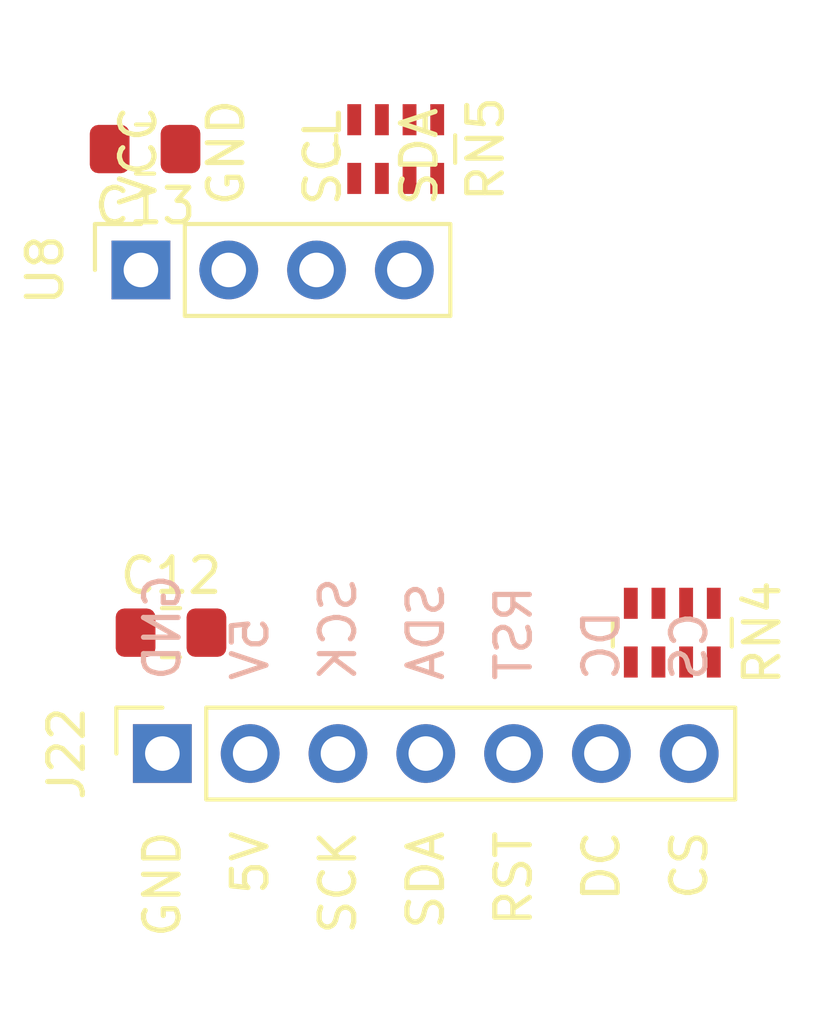
<source format=kicad_pcb>
(kicad_pcb (version 20171130) (host pcbnew 5.1.2-f72e74a~84~ubuntu18.04.1)

  (general
    (thickness 1.6)
    (drawings 0)
    (tracks 0)
    (zones 0)
    (modules 6)
    (nets 7)
  )

  (page A4)
  (layers
    (0 F.Cu signal)
    (31 B.Cu signal)
    (32 B.Adhes user)
    (33 F.Adhes user)
    (34 B.Paste user)
    (35 F.Paste user)
    (36 B.SilkS user)
    (37 F.SilkS user)
    (38 B.Mask user)
    (39 F.Mask user)
    (40 Dwgs.User user)
    (41 Cmts.User user)
    (42 Eco1.User user)
    (43 Eco2.User user)
    (44 Edge.Cuts user)
    (45 Margin user)
    (46 B.CrtYd user)
    (47 F.CrtYd user)
    (48 B.Fab user)
    (49 F.Fab user)
  )

  (setup
    (last_trace_width 0.25)
    (trace_clearance 0.2)
    (zone_clearance 0.508)
    (zone_45_only no)
    (trace_min 0.2)
    (via_size 0.8)
    (via_drill 0.4)
    (via_min_size 0.4)
    (via_min_drill 0.3)
    (uvia_size 0.3)
    (uvia_drill 0.1)
    (uvias_allowed no)
    (uvia_min_size 0.2)
    (uvia_min_drill 0.1)
    (edge_width 0.1)
    (segment_width 0.2)
    (pcb_text_width 0.3)
    (pcb_text_size 1.5 1.5)
    (mod_edge_width 0.15)
    (mod_text_size 1 1)
    (mod_text_width 0.15)
    (pad_size 1.524 1.524)
    (pad_drill 0.762)
    (pad_to_mask_clearance 0)
    (aux_axis_origin 0 0)
    (visible_elements FFFFFF7F)
    (pcbplotparams
      (layerselection 0x010fc_ffffffff)
      (usegerberextensions false)
      (usegerberattributes false)
      (usegerberadvancedattributes false)
      (creategerberjobfile false)
      (excludeedgelayer true)
      (linewidth 0.100000)
      (plotframeref false)
      (viasonmask false)
      (mode 1)
      (useauxorigin false)
      (hpglpennumber 1)
      (hpglpenspeed 20)
      (hpglpendiameter 15.000000)
      (psnegative false)
      (psa4output false)
      (plotreference true)
      (plotvalue true)
      (plotinvisibletext false)
      (padsonsilk false)
      (subtractmaskfromsilk false)
      (outputformat 1)
      (mirror false)
      (drillshape 1)
      (scaleselection 1)
      (outputdirectory ""))
  )

  (net 0 "")
  (net 1 +3V3)
  (net 2 GND)
  (net 3 /SS)
  (net 4 /DC)
  (net 5 /SDA)
  (net 6 /SCL)

  (net_class Default "This is the default net class."
    (clearance 0.2)
    (trace_width 0.25)
    (via_dia 0.8)
    (via_drill 0.4)
    (uvia_dia 0.3)
    (uvia_drill 0.1)
    (add_net +3V3)
    (add_net /DC)
    (add_net /MOSI)
    (add_net /RST)
    (add_net /SCK)
    (add_net /SCL)
    (add_net /SDA)
    (add_net /SS)
    (add_net GND)
    (add_net "Net-(RN5-Pad3)")
    (add_net "Net-(RN5-Pad4)")
  )

  (module footprint-lib:CONN_I2C_SSD1306 (layer F.Cu) (tedit 5CEBA9BD) (tstamp 5CEBB6F6)
    (at 17.38 27 90)
    (descr "pinsocket for SSD1306 in i2c interface")
    (tags "SSD1306 I2C")
    (path /5CE41586)
    (fp_text reference U8 (at 0 -2.77 90) (layer F.SilkS)
      (effects (font (size 1 1) (thickness 0.15)))
    )
    (fp_text value SSD1306-OLED-I2C (at 0 10.39 90) (layer F.Fab)
      (effects (font (size 1 1) (thickness 0.15)))
    )
    (fp_text user SDA (at 3.278191 8.0518 90) (layer F.SilkS)
      (effects (font (size 1 1) (thickness 0.15)))
    )
    (fp_text user SCL (at 3.254381 5.2578 90) (layer F.SilkS)
      (effects (font (size 1 1) (thickness 0.15)))
    )
    (fp_text user GND (at 3.397238 2.4638 90) (layer F.SilkS)
      (effects (font (size 1 1) (thickness 0.15)))
    )
    (fp_text user VCC (at 3.302 -0.0762 90) (layer F.SilkS)
      (effects (font (size 1 1) (thickness 0.15)))
    )
    (fp_line (start -1.27 -1.27) (end 0.635 -1.27) (layer F.Fab) (width 0.1))
    (fp_line (start 0.635 -1.27) (end 1.27 -0.635) (layer F.Fab) (width 0.1))
    (fp_line (start 1.27 -0.635) (end 1.27 8.89) (layer F.Fab) (width 0.1))
    (fp_line (start 1.27 8.89) (end -1.27 8.89) (layer F.Fab) (width 0.1))
    (fp_line (start -1.27 8.89) (end -1.27 -1.27) (layer F.Fab) (width 0.1))
    (fp_line (start -1.33 1.27) (end 1.33 1.27) (layer F.SilkS) (width 0.12))
    (fp_line (start -1.33 1.27) (end -1.33 8.95) (layer F.SilkS) (width 0.12))
    (fp_line (start -1.33 8.95) (end 1.33 8.95) (layer F.SilkS) (width 0.12))
    (fp_line (start 1.33 1.27) (end 1.33 8.95) (layer F.SilkS) (width 0.12))
    (fp_line (start 1.33 -1.33) (end 1.33 0) (layer F.SilkS) (width 0.12))
    (fp_line (start 0 -1.33) (end 1.33 -1.33) (layer F.SilkS) (width 0.12))
    (fp_line (start -1.8 -1.8) (end 1.75 -1.8) (layer F.CrtYd) (width 0.05))
    (fp_line (start 1.75 -1.8) (end 1.75 9.4) (layer F.CrtYd) (width 0.05))
    (fp_line (start 1.75 9.4) (end -1.8 9.4) (layer F.CrtYd) (width 0.05))
    (fp_line (start -1.8 9.4) (end -1.8 -1.8) (layer F.CrtYd) (width 0.05))
    (fp_text user %R (at 0 3.81) (layer F.Fab)
      (effects (font (size 1 1) (thickness 0.15)))
    )
    (pad VCC thru_hole rect (at 0 0 90) (size 1.7 1.7) (drill 1) (layers *.Cu *.Mask)
      (net 1 +3V3))
    (pad GND thru_hole oval (at 0 2.54 90) (size 1.7 1.7) (drill 1) (layers *.Cu *.Mask)
      (net 2 GND))
    (pad SCL thru_hole oval (at 0 5.08 90) (size 1.7 1.7) (drill 1) (layers *.Cu *.Mask)
      (net 6 /SCL))
    (pad SDA thru_hole oval (at 0 7.62 90) (size 1.7 1.7) (drill 1) (layers *.Cu *.Mask)
      (net 5 /SDA))
    (model ${KISYS3DMOD}/Connector_PinSocket_2.54mm.3dshapes/PinSocket_1x04_P2.54mm_Vertical.wrl
      (at (xyz 0 0 0))
      (scale (xyz 1 1 1))
      (rotate (xyz 0 0 0))
    )
  )

  (module Resistor_SMD:R_Array_Concave_4x0603 (layer F.Cu) (tedit 58E0A85E) (tstamp 5CEBB6DA)
    (at 24.75 23.5 270)
    (descr "Thick Film Chip Resistor Array, Wave soldering, Vishay CRA06P (see cra06p.pdf)")
    (tags "resistor array")
    (path /5CF83F57)
    (attr smd)
    (fp_text reference RN5 (at 0 -2.6 90) (layer F.SilkS)
      (effects (font (size 1 1) (thickness 0.15)))
    )
    (fp_text value R_Pack04 (at 0 2.6 90) (layer F.Fab)
      (effects (font (size 1 1) (thickness 0.15)))
    )
    (fp_line (start 1.55 1.87) (end -1.55 1.87) (layer F.CrtYd) (width 0.05))
    (fp_line (start 1.55 1.87) (end 1.55 -1.88) (layer F.CrtYd) (width 0.05))
    (fp_line (start -1.55 -1.88) (end -1.55 1.87) (layer F.CrtYd) (width 0.05))
    (fp_line (start -1.55 -1.88) (end 1.55 -1.88) (layer F.CrtYd) (width 0.05))
    (fp_line (start 0.4 -1.72) (end -0.4 -1.72) (layer F.SilkS) (width 0.12))
    (fp_line (start 0.4 1.72) (end -0.4 1.72) (layer F.SilkS) (width 0.12))
    (fp_line (start -0.8 1.6) (end -0.8 -1.6) (layer F.Fab) (width 0.1))
    (fp_line (start 0.8 1.6) (end -0.8 1.6) (layer F.Fab) (width 0.1))
    (fp_line (start 0.8 -1.6) (end 0.8 1.6) (layer F.Fab) (width 0.1))
    (fp_line (start -0.8 -1.6) (end 0.8 -1.6) (layer F.Fab) (width 0.1))
    (fp_text user %R (at 0 0) (layer F.Fab)
      (effects (font (size 0.5 0.5) (thickness 0.075)))
    )
    (pad 5 smd rect (at 0.85 1.2 270) (size 0.9 0.4) (layers F.Cu F.Paste F.Mask)
      (net 1 +3V3))
    (pad 6 smd rect (at 0.85 0.4 270) (size 0.9 0.4) (layers F.Cu F.Paste F.Mask)
      (net 1 +3V3))
    (pad 7 smd rect (at 0.85 -0.4 270) (size 0.9 0.4) (layers F.Cu F.Paste F.Mask)
      (net 1 +3V3))
    (pad 8 smd rect (at 0.85 -1.2 270) (size 0.9 0.4) (layers F.Cu F.Paste F.Mask)
      (net 1 +3V3))
    (pad 4 smd rect (at -0.85 1.2 270) (size 0.9 0.4) (layers F.Cu F.Paste F.Mask))
    (pad 1 smd rect (at -0.85 -1.2 270) (size 0.9 0.4) (layers F.Cu F.Paste F.Mask)
      (net 5 /SDA))
    (pad 3 smd rect (at -0.85 0.4 270) (size 0.9 0.4) (layers F.Cu F.Paste F.Mask))
    (pad 2 smd rect (at -0.85 -0.4 270) (size 0.9 0.4) (layers F.Cu F.Paste F.Mask)
      (net 6 /SCL))
    (model ${KISYS3DMOD}/Resistor_SMD.3dshapes/R_Array_Concave_4x0603.wrl
      (at (xyz 0 0 0))
      (scale (xyz 1 1 1))
      (rotate (xyz 0 0 0))
    )
  )

  (module Resistor_SMD:R_Array_Concave_4x0603 (layer F.Cu) (tedit 58E0A85E) (tstamp 5CEBB6C3)
    (at 32.75 37.5 270)
    (descr "Thick Film Chip Resistor Array, Wave soldering, Vishay CRA06P (see cra06p.pdf)")
    (tags "resistor array")
    (path /5CF7E36C)
    (attr smd)
    (fp_text reference RN4 (at 0 -2.6 90) (layer F.SilkS)
      (effects (font (size 1 1) (thickness 0.15)))
    )
    (fp_text value R_Pack04 (at 0 2.6 90) (layer F.Fab)
      (effects (font (size 1 1) (thickness 0.15)))
    )
    (fp_line (start 1.55 1.87) (end -1.55 1.87) (layer F.CrtYd) (width 0.05))
    (fp_line (start 1.55 1.87) (end 1.55 -1.88) (layer F.CrtYd) (width 0.05))
    (fp_line (start -1.55 -1.88) (end -1.55 1.87) (layer F.CrtYd) (width 0.05))
    (fp_line (start -1.55 -1.88) (end 1.55 -1.88) (layer F.CrtYd) (width 0.05))
    (fp_line (start 0.4 -1.72) (end -0.4 -1.72) (layer F.SilkS) (width 0.12))
    (fp_line (start 0.4 1.72) (end -0.4 1.72) (layer F.SilkS) (width 0.12))
    (fp_line (start -0.8 1.6) (end -0.8 -1.6) (layer F.Fab) (width 0.1))
    (fp_line (start 0.8 1.6) (end -0.8 1.6) (layer F.Fab) (width 0.1))
    (fp_line (start 0.8 -1.6) (end 0.8 1.6) (layer F.Fab) (width 0.1))
    (fp_line (start -0.8 -1.6) (end 0.8 -1.6) (layer F.Fab) (width 0.1))
    (fp_text user %R (at 0 0) (layer F.Fab)
      (effects (font (size 0.5 0.5) (thickness 0.075)))
    )
    (pad 5 smd rect (at 0.85 1.2 270) (size 0.9 0.4) (layers F.Cu F.Paste F.Mask)
      (net 1 +3V3))
    (pad 6 smd rect (at 0.85 0.4 270) (size 0.9 0.4) (layers F.Cu F.Paste F.Mask)
      (net 1 +3V3))
    (pad 7 smd rect (at 0.85 -0.4 270) (size 0.9 0.4) (layers F.Cu F.Paste F.Mask)
      (net 1 +3V3))
    (pad 8 smd rect (at 0.85 -1.2 270) (size 0.9 0.4) (layers F.Cu F.Paste F.Mask)
      (net 1 +3V3))
    (pad 4 smd rect (at -0.85 1.2 270) (size 0.9 0.4) (layers F.Cu F.Paste F.Mask))
    (pad 1 smd rect (at -0.85 -1.2 270) (size 0.9 0.4) (layers F.Cu F.Paste F.Mask)
      (net 3 /SS))
    (pad 3 smd rect (at -0.85 0.4 270) (size 0.9 0.4) (layers F.Cu F.Paste F.Mask)
      (net 4 /DC))
    (pad 2 smd rect (at -0.85 -0.4 270) (size 0.9 0.4) (layers F.Cu F.Paste F.Mask))
    (model ${KISYS3DMOD}/Resistor_SMD.3dshapes/R_Array_Concave_4x0603.wrl
      (at (xyz 0 0 0))
      (scale (xyz 1 1 1))
      (rotate (xyz 0 0 0))
    )
  )

  (module footprint-lib:CONN_SPI_SSD1306 (layer F.Cu) (tedit 5CDAE726) (tstamp 5CEBC10C)
    (at 18 41 90)
    (descr "SSD1306 SPI")
    (tags "SSD1306 SPI")
    (path /5CE3BBF1)
    (fp_text reference J22 (at 0 -2.77 90) (layer F.SilkS)
      (effects (font (size 1 1) (thickness 0.15)))
    )
    (fp_text value SSD1306-OLED-SPI (at 0 18.01 90) (layer F.Fab)
      (effects (font (size 1 1) (thickness 0.15)))
    )
    (fp_text user 5V (at 2.032 2.54 90) (layer B.SilkS)
      (effects (font (size 1 1) (thickness 0.15)) (justify right mirror))
    )
    (fp_text user DC (at 2.032 12.7 90) (layer B.SilkS)
      (effects (font (size 1 1) (thickness 0.15)) (justify right mirror))
    )
    (fp_text user CS (at 2.032 15.24 90) (layer B.SilkS)
      (effects (font (size 1 1) (thickness 0.15)) (justify right mirror))
    )
    (fp_text user RST (at 2.032 10.16 90) (layer B.SilkS)
      (effects (font (size 1 1) (thickness 0.15)) (justify right mirror))
    )
    (fp_text user SDA (at 2.032 7.62 90) (layer B.SilkS)
      (effects (font (size 1 1) (thickness 0.15)) (justify right mirror))
    )
    (fp_text user SCK (at 2.032 5.08 90) (layer B.SilkS)
      (effects (font (size 1 1) (thickness 0.15)) (justify right mirror))
    )
    (fp_text user GND (at 2.032 0 90) (layer B.SilkS)
      (effects (font (size 1 1) (thickness 0.15)) (justify right mirror))
    )
    (fp_text user CS (at -2.159 15.24 90) (layer F.SilkS)
      (effects (font (size 1 1) (thickness 0.15)) (justify right))
    )
    (fp_text user DC (at -2.159 12.7 90) (layer F.SilkS)
      (effects (font (size 1 1) (thickness 0.15)) (justify right))
    )
    (fp_text user RST (at -2.159 10.16 90) (layer F.SilkS)
      (effects (font (size 1 1) (thickness 0.15)) (justify right))
    )
    (fp_text user SDA (at -2.159 7.62 90) (layer F.SilkS)
      (effects (font (size 1 1) (thickness 0.15)) (justify right))
    )
    (fp_text user SCK (at -2.159 5.08 90) (layer F.SilkS)
      (effects (font (size 1 1) (thickness 0.15)) (justify right))
    )
    (fp_text user 5V (at -2.159 2.54 90) (layer F.SilkS)
      (effects (font (size 1 1) (thickness 0.15)) (justify right))
    )
    (fp_text user GND (at -2.159 0 90) (layer F.SilkS)
      (effects (font (size 1 1) (thickness 0.15)) (justify right))
    )
    (fp_line (start -1.27 -1.27) (end 0.635 -1.27) (layer F.Fab) (width 0.1))
    (fp_line (start 0.635 -1.27) (end 1.27 -0.635) (layer F.Fab) (width 0.1))
    (fp_line (start 1.27 -0.635) (end 1.27 16.51) (layer F.Fab) (width 0.1))
    (fp_line (start 1.27 16.51) (end -1.27 16.51) (layer F.Fab) (width 0.1))
    (fp_line (start -1.27 16.51) (end -1.27 -1.27) (layer F.Fab) (width 0.1))
    (fp_line (start -1.33 1.27) (end 1.33 1.27) (layer F.SilkS) (width 0.12))
    (fp_line (start -1.33 1.27) (end -1.33 16.57) (layer F.SilkS) (width 0.12))
    (fp_line (start -1.33 16.57) (end 1.33 16.57) (layer F.SilkS) (width 0.12))
    (fp_line (start 1.33 1.27) (end 1.33 16.57) (layer F.SilkS) (width 0.12))
    (fp_line (start 1.33 -1.33) (end 1.33 0) (layer F.SilkS) (width 0.12))
    (fp_line (start 0 -1.33) (end 1.33 -1.33) (layer F.SilkS) (width 0.12))
    (fp_line (start -1.8 -1.8) (end 1.75 -1.8) (layer F.CrtYd) (width 0.05))
    (fp_line (start 1.75 -1.8) (end 1.75 17) (layer F.CrtYd) (width 0.05))
    (fp_line (start 1.75 17) (end -1.8 17) (layer F.CrtYd) (width 0.05))
    (fp_line (start -1.8 17) (end -1.8 -1.8) (layer F.CrtYd) (width 0.05))
    (fp_text user %R (at 0 7.62) (layer F.Fab)
      (effects (font (size 1 1) (thickness 0.15)))
    )
    (pad GND thru_hole rect (at 0 0 90) (size 1.7 1.7) (drill 1) (layers *.Cu *.Mask)
      (net 2 GND))
    (pad 5V thru_hole oval (at 0 2.54 90) (size 1.7 1.7) (drill 1) (layers *.Cu *.Mask)
      (net 1 +3V3))
    (pad SCK thru_hole oval (at 0 5.08 90) (size 1.7 1.7) (drill 1) (layers *.Cu *.Mask))
    (pad SDA thru_hole oval (at 0 7.62 90) (size 1.7 1.7) (drill 1) (layers *.Cu *.Mask))
    (pad RST thru_hole oval (at 0 10.16 90) (size 1.7 1.7) (drill 1) (layers *.Cu *.Mask))
    (pad DC thru_hole oval (at 0 12.7 90) (size 1.7 1.7) (drill 1) (layers *.Cu *.Mask)
      (net 4 /DC))
    (pad CS thru_hole oval (at 0 15.24 90) (size 1.7 1.7) (drill 1) (layers *.Cu *.Mask)
      (net 3 /SS))
    (model ${KISYS3DMOD}/Connector_PinSocket_2.54mm.3dshapes/PinSocket_1x07_P2.54mm_Vertical.wrl
      (at (xyz 0 0 0))
      (scale (xyz 1 1 1))
      (rotate (xyz 0 0 0))
    )
  )

  (module Capacitor_SMD:C_0805_2012Metric_Pad1.15x1.40mm_HandSolder (layer F.Cu) (tedit 5B36C52B) (tstamp 5CEBB683)
    (at 17.5 23.5 180)
    (descr "Capacitor SMD 0805 (2012 Metric), square (rectangular) end terminal, IPC_7351 nominal with elongated pad for handsoldering. (Body size source: https://docs.google.com/spreadsheets/d/1BsfQQcO9C6DZCsRaXUlFlo91Tg2WpOkGARC1WS5S8t0/edit?usp=sharing), generated with kicad-footprint-generator")
    (tags "capacitor handsolder")
    (path /5CF8C0FD)
    (attr smd)
    (fp_text reference C13 (at 0 -1.65) (layer F.SilkS)
      (effects (font (size 1 1) (thickness 0.15)))
    )
    (fp_text value C106,0805 (at 0 1.65) (layer F.Fab)
      (effects (font (size 1 1) (thickness 0.15)))
    )
    (fp_text user %R (at 0 0) (layer F.Fab)
      (effects (font (size 0.5 0.5) (thickness 0.08)))
    )
    (fp_line (start 1.85 0.95) (end -1.85 0.95) (layer F.CrtYd) (width 0.05))
    (fp_line (start 1.85 -0.95) (end 1.85 0.95) (layer F.CrtYd) (width 0.05))
    (fp_line (start -1.85 -0.95) (end 1.85 -0.95) (layer F.CrtYd) (width 0.05))
    (fp_line (start -1.85 0.95) (end -1.85 -0.95) (layer F.CrtYd) (width 0.05))
    (fp_line (start -0.261252 0.71) (end 0.261252 0.71) (layer F.SilkS) (width 0.12))
    (fp_line (start -0.261252 -0.71) (end 0.261252 -0.71) (layer F.SilkS) (width 0.12))
    (fp_line (start 1 0.6) (end -1 0.6) (layer F.Fab) (width 0.1))
    (fp_line (start 1 -0.6) (end 1 0.6) (layer F.Fab) (width 0.1))
    (fp_line (start -1 -0.6) (end 1 -0.6) (layer F.Fab) (width 0.1))
    (fp_line (start -1 0.6) (end -1 -0.6) (layer F.Fab) (width 0.1))
    (pad 2 smd roundrect (at 1.025 0 180) (size 1.15 1.4) (layers F.Cu F.Paste F.Mask) (roundrect_rratio 0.217391)
      (net 1 +3V3))
    (pad 1 smd roundrect (at -1.025 0 180) (size 1.15 1.4) (layers F.Cu F.Paste F.Mask) (roundrect_rratio 0.217391)
      (net 2 GND))
    (model ${KISYS3DMOD}/Capacitor_SMD.3dshapes/C_0805_2012Metric.wrl
      (at (xyz 0 0 0))
      (scale (xyz 1 1 1))
      (rotate (xyz 0 0 0))
    )
  )

  (module Capacitor_SMD:C_0805_2012Metric_Pad1.15x1.40mm_HandSolder (layer F.Cu) (tedit 5B36C52B) (tstamp 5CEBB672)
    (at 18.25 37.5)
    (descr "Capacitor SMD 0805 (2012 Metric), square (rectangular) end terminal, IPC_7351 nominal with elongated pad for handsoldering. (Body size source: https://docs.google.com/spreadsheets/d/1BsfQQcO9C6DZCsRaXUlFlo91Tg2WpOkGARC1WS5S8t0/edit?usp=sharing), generated with kicad-footprint-generator")
    (tags "capacitor handsolder")
    (path /5CF8ED1B)
    (attr smd)
    (fp_text reference C12 (at 0 -1.65) (layer F.SilkS)
      (effects (font (size 1 1) (thickness 0.15)))
    )
    (fp_text value C106,0805 (at 0 1.65) (layer F.Fab)
      (effects (font (size 1 1) (thickness 0.15)))
    )
    (fp_text user %R (at 0 0) (layer F.Fab)
      (effects (font (size 0.5 0.5) (thickness 0.08)))
    )
    (fp_line (start 1.85 0.95) (end -1.85 0.95) (layer F.CrtYd) (width 0.05))
    (fp_line (start 1.85 -0.95) (end 1.85 0.95) (layer F.CrtYd) (width 0.05))
    (fp_line (start -1.85 -0.95) (end 1.85 -0.95) (layer F.CrtYd) (width 0.05))
    (fp_line (start -1.85 0.95) (end -1.85 -0.95) (layer F.CrtYd) (width 0.05))
    (fp_line (start -0.261252 0.71) (end 0.261252 0.71) (layer F.SilkS) (width 0.12))
    (fp_line (start -0.261252 -0.71) (end 0.261252 -0.71) (layer F.SilkS) (width 0.12))
    (fp_line (start 1 0.6) (end -1 0.6) (layer F.Fab) (width 0.1))
    (fp_line (start 1 -0.6) (end 1 0.6) (layer F.Fab) (width 0.1))
    (fp_line (start -1 -0.6) (end 1 -0.6) (layer F.Fab) (width 0.1))
    (fp_line (start -1 0.6) (end -1 -0.6) (layer F.Fab) (width 0.1))
    (pad 2 smd roundrect (at 1.025 0) (size 1.15 1.4) (layers F.Cu F.Paste F.Mask) (roundrect_rratio 0.217391)
      (net 1 +3V3))
    (pad 1 smd roundrect (at -1.025 0) (size 1.15 1.4) (layers F.Cu F.Paste F.Mask) (roundrect_rratio 0.217391)
      (net 2 GND))
    (model ${KISYS3DMOD}/Capacitor_SMD.3dshapes/C_0805_2012Metric.wrl
      (at (xyz 0 0 0))
      (scale (xyz 1 1 1))
      (rotate (xyz 0 0 0))
    )
  )

)

</source>
